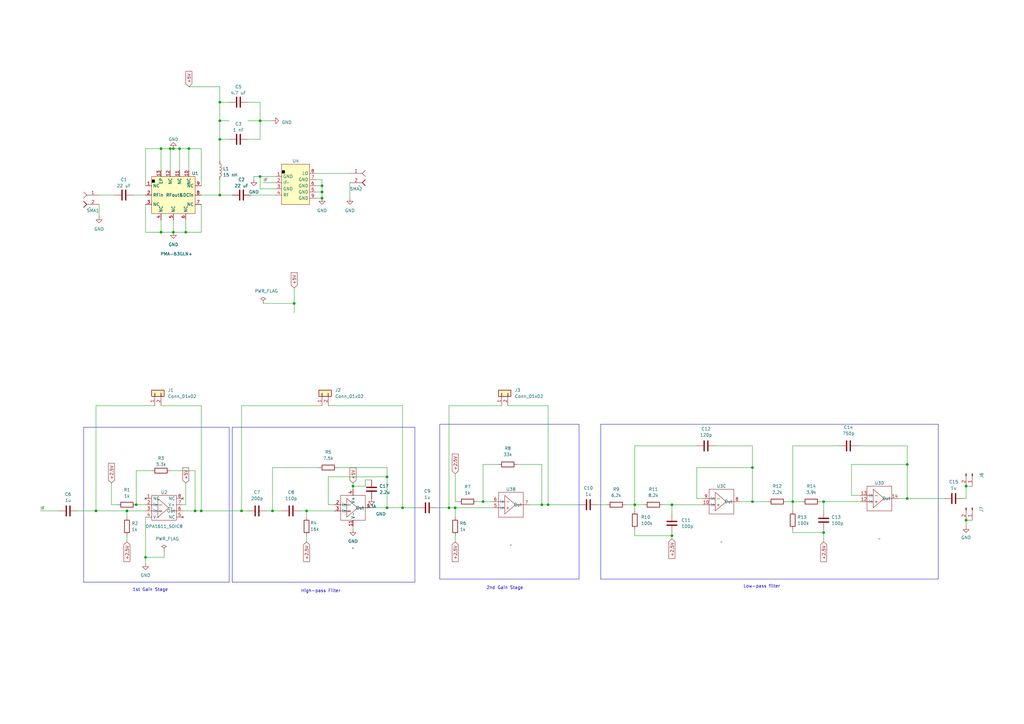
<source format=kicad_sch>
(kicad_sch (version 20230121) (generator eeschema)
  (paper "A3")
  (lib_symbols
    (symbol "Connector:Conn_01x02_Pin" (pin_names (offset 1.016) hide)
      (property "Reference" "J" (at 0 2.54 0))
      (property "Value" "Conn_01x02_Pin" (at 0 -5.08 0))
      (symbol "Conn_01x02_Pin_1_1"
        (polyline (pts (xy 1.27 -2.54) (xy 0.8636 -2.54)) (stroke (width 0.1524)))
        (polyline (pts (xy 1.27 0) (xy 0.8636 0)) (stroke (width 0.1524)))
        (rectangle (start 0.8636 -2.413) (end 0 -2.667) (stroke (width 0.1524)) (fill (type outline)))
        (rectangle (start 0.8636 0.127) (end 0 -0.127) (stroke (width 0.1524)) (fill (type outline)))
        (pin passive line (at 5.08 0 180) (length 3.81) (name "Pin_1") (number "1"))
        (pin passive line (at 5.08 -2.54 180) (length 3.81) (name "Pin_2") (number "2"))
      )
    )
    (symbol "Connector_Generic:Conn_01x02" (pin_names (offset 1.016) hide)
      (property "Reference" "J" (at 0 2.54 0))
      (property "Value" "Conn_01x02" (at 0 -5.08 0))
      (symbol "Conn_01x02_1_1"
        (rectangle (start -1.27 -2.413) (end 0 -2.667) (stroke (width 0.1524)))
        (rectangle (start -1.27 0.127) (end 0 -0.127) (stroke (width 0.1524)))
        (rectangle (start -1.27 1.27) (end 1.27 -3.81) (stroke (width 0.254)) (fill (type background)))
        (pin passive line (at -5.08 0 0) (length 3.81) (name "Pin_1") (number "1"))
        (pin passive line (at -5.08 -2.54 0) (length 3.81) (name "Pin_2") (number "2"))
      )
    )
    (symbol "Device:C" (pin_numbers hide) (pin_names (offset 0.254))
      (property "Reference" "C" (at 0.635 2.54 0))
      (property "Value" "C" (at 0.635 -2.54 0))
      (symbol "C_0_1"
        (polyline (pts (xy -2.032 -0.762) (xy 2.032 -0.762)) (stroke (width 0.508)))
        (polyline (pts (xy -2.032 0.762) (xy 2.032 0.762)) (stroke (width 0.508)))
      )
      (symbol "C_1_1"
        (pin passive line (at 0 3.81 270) (length 2.794) (name "~") (number "1"))
        (pin passive line (at 0 -3.81 90) (length 2.794) (name "~") (number "2"))
      )
    )
    (symbol "Device:L" (pin_numbers hide) (pin_names (offset 1.016) hide)
      (property "Reference" "L" (at -1.27 0 90))
      (property "Value" "L" (at 1.905 0 90))
      (symbol "L_0_1"
        (arc (start 0 -2.54) (mid 0.6323 -1.905) (end 0 -1.27))
        (arc (start 0 -1.27) (mid 0.6323 -0.635) (end 0 0))
        (arc (start 0 0) (mid 0.6323 0.635) (end 0 1.27))
        (arc (start 0 1.27) (mid 0.6323 1.905) (end 0 2.54))
      )
      (symbol "L_1_1"
        (pin passive line (at 0 3.81 270) (length 1.27) (name "1") (number "1"))
        (pin passive line (at 0 -3.81 90) (length 1.27) (name "2") (number "2"))
      )
    )
    (symbol "Device:R" (pin_numbers hide) (pin_names (offset 0))
      (property "Reference" "R" (at 2.032 0 90))
      (property "Value" "R" (at 0 0 90))
      (symbol "R_0_1"
        (rectangle (start -1.016 -2.54) (end 1.016 2.54) (stroke (width 0.254)))
      )
      (symbol "R_1_1"
        (pin passive line (at 0 3.81 270) (length 1.27) (name "~") (number "1"))
        (pin passive line (at 0 -3.81 90) (length 1.27) (name "~") (number "2"))
      )
    )
    (symbol "Radar:LNA-PMA3-63GLN+"
      (property "Reference" "U" (at 10.16 8.89 0))
      (symbol "LNA-PMA3-63GLN+_1_1"
        (rectangle (start -8.89 6.35) (end -7.62 5.08) (stroke (width -0.0001)) (fill (type color) (color 0 0 0 1)))
        (rectangle (start -8.89 7.62) (end 8.89 -7.62) (fill (type background)))
        (pin free line (at -11.43 3.81 0) (length 2.54) (name "NC") (number "1"))
        (pin free line (at 6.35 10.16 270) (length 2.54) (name "NC") (number "10"))
        (pin free line (at 2.54 10.16 270) (length 2.54) (name "NC") (number "11"))
        (pin free line (at -1.27 10.16 270) (length 2.54) (name "NC") (number "12"))
        (pin free line (at -5.08 10.16 270) (length 2.54) (name "EP") (number "13"))
        (pin input line (at -11.43 0 0) (length 2.54) (name "RFin") (number "2"))
        (pin free line (at -11.43 -3.81 0) (length 2.54) (name "NC") (number "3"))
        (pin free line (at -5.08 -10.16 90) (length 2.54) (name "NC") (number "4"))
        (pin free line (at 0 -10.16 90) (length 2.54) (name "NC") (number "5"))
        (pin free line (at 5.08 -10.16 90) (length 2.54) (name "NC") (number "6"))
        (pin free line (at 11.43 -3.81 180) (length 2.54) (name "NC") (number "7"))
        (pin free line (at 11.43 0 180) (length 2.54) (name "RFout&DCin") (number "8"))
        (pin free line (at 11.43 3.81 180) (length 2.54) (name "NC") (number "9"))
      )
    )
    (symbol "Radar:Mixer-SIM-73L+"
      (property "Reference" "U" (at 0 6.35 0))
      (symbol "Mixer-SIM-73L+_1_1"
        (rectangle (start -3.81 6.35) (end -2.54 5.08) (stroke (width -0.0001)) (fill (type color) (color 0 0 0 1)))
        (rectangle (start -3.81 8.89) (end 7.62 -7.62) (fill (type background)))
        (pin free line (at -6.35 3.81 0) (length 2.54) (name "GND") (number "1"))
        (pin free line (at -6.35 1.27 0) (length 2.54) (name "IF") (number "2"))
        (pin free line (at -6.35 -1.27 0) (length 2.54) (name "GND") (number "3"))
        (pin free line (at -6.35 -3.81 0) (length 2.54) (name "RF") (number "4"))
        (pin free line (at 10.16 -2.54 180) (length 2.54) (name "GND") (number "5"))
        (pin free line (at 10.16 0 180) (length 2.54) (name "GND") (number "6"))
        (pin free line (at 10.16 2.54 180) (length 2.54) (name "GND") (number "7"))
        (pin free line (at 10.16 5.08 180) (length 2.54) (name "LO") (number "8"))
        (pin free line (at 10.16 -5.08 180) (length 2.54) (name "GND") (number "9"))
      )
    )
    (symbol "Radar:OPA1611_SOIC8"
      (property "Reference" "U" (at 0 13.97 0))
      (symbol "OPA1611_SOIC8_0_0"
        (text "+" (at -1.27 6.35 0) (effects (font (size 1.27 1.27))))
        (text "-" (at -1.27 8.89 0) (effects (font (size 1.27 1.27))))
      )
      (symbol "OPA1611_SOIC8_0_1"
        (rectangle (start -5.08 12.7) (end 5.08 2.54))
        (polyline (pts (xy -5.08 6.35) (xy -2.54 6.35)))
        (polyline (pts (xy -5.08 8.89) (xy -2.54 8.89)))
        (polyline (pts (xy -2.54 11.43) (xy -2.54 3.81) (xy 1.905 7.62) (xy -2.54 11.43)))
        (polyline (pts (xy 1.905 7.62) (xy 3.175 7.62) (xy 3.175 6.35) (xy 5.08 6.35)))
      )
      (symbol "OPA1611_SOIC8_1_1"
        (pin no_connect line (at -7.62 11.43 0) (length 2.54) (name "NC") (number "1"))
        (pin input line (at -7.62 8.89 0) (length 2.54) (name "in-") (number "2"))
        (pin input line (at -7.62 6.35 0) (length 2.54) (name "in+") (number "3"))
        (pin power_in line (at -7.62 3.81 0) (length 2.54) (name "V-") (number "4"))
        (pin no_connect line (at 7.62 3.81 180) (length 2.54) (name "NC") (number "5"))
        (pin output line (at 7.62 6.35 180) (length 2.54) (name "Out") (number "6"))
        (pin power_in line (at 7.62 8.89 180) (length 2.54) (name "V+") (number "7"))
        (pin no_connect line (at 7.62 11.43 180) (length 2.54) (name "NC") (number "8"))
      )
    )
    (symbol "Radar:SMA"
      (property "Reference" "SMA" (at 1.27 -1.27 0))
      (symbol "SMA_0_1"
        (polyline (pts (xy -1.27 1.27) (xy -2.54 0)))
        (polyline (pts (xy -1.27 1.27) (xy -2.54 0)))
        (polyline (pts (xy -1.27 1.27) (xy -2.54 0)))
        (polyline (pts (xy -1.27 1.27) (xy -2.54 0)))
        (polyline (pts (xy -1.27 1.27) (xy -2.54 2.54)))
        (polyline (pts (xy -1.27 1.27) (xy -2.54 2.54)))
        (polyline (pts (xy -1.27 1.27) (xy -2.54 2.54)))
        (polyline (pts (xy -1.27 1.27) (xy -2.54 2.54)))
        (polyline (pts (xy -1.27 5.08) (xy -2.54 3.81)))
        (polyline (pts (xy -1.27 5.08) (xy -2.54 6.35)))
      )
      (symbol "SMA_1_1"
        (pin passive line (at 3.81 5.08 180) (length 5.08) (name "") (number "1"))
        (pin passive line (at 3.81 1.27 180) (length 5.08) (name "") (number "2"))
      )
    )
    (symbol "Radar:TL974"
      (property "Reference" "U" (at 0 0 0))
      (symbol "TL974_0_0"
        (text "+" (at -1.27 15.24 0) (effects (font (size 1.27 1.27))))
        (text "-" (at -1.27 17.78 0) (effects (font (size 1.27 1.27))))
      )
      (symbol "TL974_0_1"
        (rectangle (start -5.08 21.59) (end 5.08 11.43))
        (polyline (pts (xy -5.08 15.24) (xy -2.54 15.24)))
        (polyline (pts (xy -5.08 17.78) (xy -2.54 17.78)))
        (polyline (pts (xy -2.54 20.32) (xy -2.54 12.7) (xy 1.905 16.51) (xy -2.54 20.32)))
        (polyline (pts (xy 2.032 16.51) (xy 3.048 16.51) (xy 3.048 16.51) (xy 4.953 16.51)))
      )
      (symbol "TL974_1_1"
        (pin output line (at 7.62 16.51 180) (length 2.54) (name "Out") (number "1"))
        (pin power_in line (at 0 8.89 90) (length 2.54) (name "V-") (number "11"))
        (pin input line (at -7.62 17.78 0) (length 2.54) (name "in-") (number "2"))
        (pin input line (at -7.62 15.24 0) (length 2.54) (name "in+") (number "3"))
        (pin power_in line (at 0 24.13 270) (length 2.54) (name "V+") (number "4"))
      )
      (symbol "TL974_2_1"
        (pin input line (at -7.62 15.24 0) (length 2.54) (name "In") (number "5"))
        (pin input line (at -7.62 17.78 0) (length 2.54) (name "In") (number "6"))
        (pin output line (at 7.62 16.51 180) (length 2.54) (name "Out") (number "7"))
      )
      (symbol "TL974_3_1"
        (pin input line (at -7.62 15.24 0) (length 2.54) (name "In") (number "10"))
        (pin output line (at 7.62 16.51 180) (length 2.54) (name "Out") (number "8"))
        (pin input line (at -7.62 17.78 0) (length 2.54) (name "In") (number "9"))
      )
      (symbol "TL974_4_1"
        (pin input line (at -7.62 15.24 0) (length 2.54) (name "In") (number "12"))
        (pin input line (at -7.62 17.78 0) (length 2.54) (name "In") (number "13"))
        (pin output line (at 7.62 16.51 180) (length 2.54) (name "Out") (number "14"))
      )
    )
    (symbol "power:GND" (power) (pin_names (offset 0))
      (property "Value" "GND" (at 0 -3.81 0))
      (symbol "GND_0_1"
        (polyline (pts (xy 0 0) (xy 0 -1.27) (xy 1.27 -1.27) (xy 0 -2.54) (xy -1.27 -1.27) (xy 0 -1.27)))
      )
      (symbol "GND_1_1"
        (pin power_in line (at 0 0 270) (length 0) hide (name "GND") (number "1"))
      )
    )
    (symbol "power:PWR_FLAG" (power) (pin_numbers hide) (pin_names (offset 0) hide)
      (property "Value" "PWR_FLAG" (at 0 3.81 0))
      (symbol "PWR_FLAG_0_0"
        (pin power_out line (at 0 0 90) (length 0) (name "pwr") (number "1"))
      )
      (symbol "PWR_FLAG_0_1"
        (polyline (pts (xy 0 0) (xy 0 1.27) (xy -1.016 1.905) (xy 0 2.54) (xy 1.016 1.905) (xy 0 1.27)))
      )
    )
  )
  (junction (at 39.37 209.55))
  (junction (at 198.12 205.74))
  (junction (at 55.88 207.01))
  (junction (at 99.06 209.55))
  (junction (at 144.78 199.39))
  (junction (at 77.47 60.96))
  (junction (at 158.75 208.28))
  (junction (at 396.24 199.39))
  (junction (at 82.55 209.55))
  (junction (at 325.12 205.74))
  (junction (at 132.08 81.28))
  (junction (at 106.68 72.39))
  (junction (at 90.17 49.53))
  (junction (at 71.12 95.25))
  (junction (at 73.66 60.96))
  (junction (at 106.68 49.53))
  (junction (at 59.69 228.6))
  (junction (at 125.73 209.55))
  (junction (at 111.76 209.55))
  (junction (at 337.82 218.44))
  (junction (at 186.69 208.28))
  (junction (at 224.79 207.01))
  (junction (at 132.08 78.74))
  (junction (at 308.61 205.74))
  (junction (at 260.35 207.01))
  (junction (at 158.75 195.58))
  (junction (at 337.82 205.74))
  (junction (at 90.17 80.01))
  (junction (at 308.61 191.77))
  (junction (at 66.04 95.25))
  (junction (at 372.11 190.5))
  (junction (at 80.01 209.55))
  (junction (at 165.1 208.28))
  (junction (at 69.85 60.96))
  (junction (at 396.24 213.36))
  (junction (at 76.2 95.25))
  (junction (at 90.17 41.91))
  (junction (at 132.08 76.2))
  (junction (at 71.12 60.96))
  (junction (at 275.59 207.01))
  (junction (at 66.04 60.96))
  (junction (at 184.15 208.28))
  (junction (at 275.59 219.71))
  (junction (at 222.25 207.01))
  (junction (at 120.65 124.46))
  (junction (at 90.17 57.15))
  (junction (at 372.11 204.47))
  (junction (at 52.07 209.55))
  (wire (pts (xy 195.58 205.74) (xy 198.12 205.74)))
  (wire (pts (xy 76.2 198.12) (xy 76.2 207.01)))
  (wire (pts (xy 351.79 182.88) (xy 372.11 182.88)))
  (wire (pts (xy 82.55 76.2) (xy 82.55 60.96)))
  (wire (pts (xy 31.75 209.55) (xy 39.37 209.55)))
  (wire (pts (xy 184.15 166.37) (xy 205.74 166.37)))
  (wire (pts (xy 111.76 191.77) (xy 111.76 209.55)))
  (wire (pts (xy 222.25 207.01) (xy 222.25 190.5)))
  (wire (pts (xy 101.6 41.91) (xy 106.68 41.91)))
  (wire (pts (xy 275.59 207.01) (xy 275.59 210.82)))
  (wire (pts (xy 134.62 195.58) (xy 158.75 195.58)))
  (wire (pts (xy 198.12 190.5) (xy 198.12 205.74)))
  (wire (pts (xy 52.07 209.55) (xy 59.69 209.55)))
  (wire (pts (xy 90.17 49.53) (xy 90.17 57.15)))
  (wire (pts (xy 66.04 69.85) (xy 66.04 60.96)))
  (wire (pts (xy 149.86 196.85) (xy 149.86 199.39)))
  (wire (pts (xy 308.61 191.77) (xy 285.75 191.77)))
  (wire (pts (xy 129.54 78.74) (xy 132.08 78.74)))
  (wire (pts (xy 123.19 209.55) (xy 125.73 209.55)))
  (wire (pts (xy 260.35 207.01) (xy 260.35 209.55)))
  (wire (pts (xy 129.54 76.2) (xy 132.08 76.2)))
  (wire (pts (xy 66.04 60.96) (xy 69.85 60.96)))
  (wire (pts (xy 125.73 219.71) (xy 125.73 222.25)))
  (wire (pts (xy 90.17 80.01) (xy 95.25 80.01)))
  (wire (pts (xy 66.04 166.37) (xy 82.55 166.37)))
  (wire (pts (xy 73.66 60.96) (xy 77.47 60.96)))
  (wire (pts (xy 158.75 195.58) (xy 158.75 208.28)))
  (wire (pts (xy 52.07 219.71) (xy 52.07 222.25)))
  (polyline (pts (xy 246.38 173.99) (xy 246.38 237.49)))
  (wire (pts (xy 144.78 215.9) (xy 144.78 217.17)))
  (wire (pts (xy 82.55 209.55) (xy 80.01 209.55)))
  (polyline (pts (xy 95.25 175.26) (xy 95.25 238.76)))
  (wire (pts (xy 125.73 209.55) (xy 125.73 212.09)))
  (wire (pts (xy 349.25 190.5) (xy 349.25 203.2)))
  (wire (pts (xy 59.69 95.25) (xy 66.04 95.25)))
  (wire (pts (xy 144.78 198.12) (xy 144.78 199.39)))
  (wire (pts (xy 179.07 208.28) (xy 184.15 208.28)))
  (wire (pts (xy 82.55 166.37) (xy 82.55 209.55)))
  (wire (pts (xy 184.15 166.37) (xy 184.15 208.28)))
  (wire (pts (xy 325.12 218.44) (xy 337.82 218.44)))
  (wire (pts (xy 45.72 198.12) (xy 45.72 207.01)))
  (polyline (pts (xy 237.49 237.49) (xy 237.49 173.99)))
  (wire (pts (xy 54.61 80.01) (xy 59.69 80.01)))
  (polyline (pts (xy 95.25 175.26) (xy 170.18 175.26)))
  (wire (pts (xy 222.25 207.01) (xy 224.79 207.01)))
  (wire (pts (xy 59.69 212.09) (xy 59.69 228.6)))
  (wire (pts (xy 138.43 191.77) (xy 158.75 191.77)))
  (wire (pts (xy 73.66 60.96) (xy 73.66 69.85)))
  (wire (pts (xy 59.69 60.96) (xy 66.04 60.96)))
  (wire (pts (xy 337.82 217.17) (xy 337.82 218.44)))
  (polyline (pts (xy 34.29 238.76) (xy 93.98 238.76)))
  (polyline (pts (xy 246.38 173.99) (xy 384.81 173.99)))
  (wire (pts (xy 245.11 207.01) (xy 248.92 207.01)))
  (polyline (pts (xy 180.34 173.99) (xy 180.34 237.49)))
  (wire (pts (xy 107.95 124.46) (xy 120.65 124.46)))
  (wire (pts (xy 120.65 118.11) (xy 120.65 124.46)))
  (wire (pts (xy 372.11 190.5) (xy 372.11 204.47)))
  (wire (pts (xy 90.17 73.66) (xy 90.17 80.01)))
  (wire (pts (xy 152.4 196.85) (xy 149.86 196.85)))
  (wire (pts (xy 59.69 76.2) (xy 59.69 60.96)))
  (polyline (pts (xy 180.34 173.99) (xy 237.49 173.99)))
  (wire (pts (xy 76.2 95.25) (xy 71.12 95.25)))
  (wire (pts (xy 90.17 41.91) (xy 93.98 41.91)))
  (wire (pts (xy 132.08 73.66) (xy 132.08 76.2)))
  (wire (pts (xy 256.54 207.01) (xy 260.35 207.01)))
  (wire (pts (xy 82.55 95.25) (xy 76.2 95.25)))
  (wire (pts (xy 285.75 204.47) (xy 288.29 204.47)))
  (wire (pts (xy 184.15 208.28) (xy 186.69 208.28)))
  (wire (pts (xy 69.85 60.96) (xy 71.12 60.96)))
  (polyline (pts (xy 180.34 237.49) (xy 237.49 237.49)))
  (wire (pts (xy 349.25 203.2) (xy 353.06 203.2)))
  (polyline (pts (xy 93.98 238.76) (xy 93.98 175.26)))
  (wire (pts (xy 77.47 60.96) (xy 82.55 60.96)))
  (wire (pts (xy 186.69 208.28) (xy 186.69 212.09)))
  (wire (pts (xy 308.61 182.88) (xy 293.37 182.88)))
  (wire (pts (xy 59.69 83.82) (xy 59.69 95.25)))
  (wire (pts (xy 368.3 204.47) (xy 372.11 204.47)))
  (wire (pts (xy 336.55 205.74) (xy 337.82 205.74)))
  (wire (pts (xy 99.06 166.37) (xy 132.08 166.37)))
  (wire (pts (xy 113.03 80.01) (xy 102.87 80.01)))
  (wire (pts (xy 106.68 77.47) (xy 106.68 72.39)))
  (wire (pts (xy 80.01 193.04) (xy 80.01 209.55)))
  (wire (pts (xy 74.93 209.55) (xy 80.01 209.55)))
  (wire (pts (xy 260.35 207.01) (xy 264.16 207.01)))
  (wire (pts (xy 134.62 207.01) (xy 137.16 207.01)))
  (wire (pts (xy 129.54 73.66) (xy 132.08 73.66)))
  (wire (pts (xy 325.12 217.17) (xy 325.12 218.44)))
  (wire (pts (xy 82.55 83.82) (xy 82.55 95.25)))
  (wire (pts (xy 372.11 182.88) (xy 372.11 190.5)))
  (wire (pts (xy 111.76 191.77) (xy 130.81 191.77)))
  (wire (pts (xy 275.59 207.01) (xy 288.29 207.01)))
  (wire (pts (xy 40.64 80.01) (xy 46.99 80.01)))
  (wire (pts (xy 77.47 35.56) (xy 90.17 35.56)))
  (wire (pts (xy 16.51 209.55) (xy 24.13 209.55)))
  (wire (pts (xy 224.79 166.37) (xy 224.79 207.01)))
  (wire (pts (xy 165.1 208.28) (xy 171.45 208.28)))
  (wire (pts (xy 349.25 190.5) (xy 372.11 190.5)))
  (polyline (pts (xy 384.81 237.49) (xy 384.81 173.99)))
  (wire (pts (xy 198.12 205.74) (xy 201.93 205.74)))
  (wire (pts (xy 76.2 90.17) (xy 76.2 95.25)))
  (wire (pts (xy 149.86 199.39) (xy 144.78 199.39)))
  (wire (pts (xy 66.04 90.17) (xy 66.04 95.25)))
  (wire (pts (xy 186.69 208.28) (xy 201.93 208.28)))
  (wire (pts (xy 322.58 205.74) (xy 325.12 205.74)))
  (wire (pts (xy 186.69 219.71) (xy 186.69 222.25)))
  (wire (pts (xy 372.11 204.47) (xy 387.35 204.47)))
  (wire (pts (xy 303.53 205.74) (xy 308.61 205.74)))
  (wire (pts (xy 106.68 41.91) (xy 106.68 49.53)))
  (wire (pts (xy 132.08 76.2) (xy 132.08 78.74)))
  (wire (pts (xy 82.55 209.55) (xy 99.06 209.55)))
  (wire (pts (xy 66.04 95.25) (xy 71.12 95.25)))
  (wire (pts (xy 59.69 228.6) (xy 67.31 228.6)))
  (wire (pts (xy 158.75 208.28) (xy 165.1 208.28)))
  (wire (pts (xy 76.2 207.01) (xy 74.93 207.01)))
  (wire (pts (xy 104.14 72.39) (xy 104.14 73.66)))
  (wire (pts (xy 198.12 190.5) (xy 204.47 190.5)))
  (wire (pts (xy 63.5 166.37) (xy 39.37 166.37)))
  (wire (pts (xy 394.97 204.47) (xy 396.24 204.47)))
  (wire (pts (xy 90.17 57.15) (xy 90.17 66.04)))
  (wire (pts (xy 129.54 71.12) (xy 143.51 71.12)))
  (wire (pts (xy 59.69 228.6) (xy 59.69 231.14)))
  (wire (pts (xy 125.73 209.55) (xy 137.16 209.55)))
  (wire (pts (xy 275.59 219.71) (xy 275.59 220.98)))
  (wire (pts (xy 129.54 81.28) (xy 132.08 81.28)))
  (wire (pts (xy 55.88 207.01) (xy 59.69 207.01)))
  (wire (pts (xy 308.61 191.77) (xy 308.61 205.74)))
  (wire (pts (xy 69.85 69.85) (xy 69.85 60.96)))
  (wire (pts (xy 132.08 78.74) (xy 132.08 81.28)))
  (wire (pts (xy 39.37 209.55) (xy 52.07 209.55)))
  (wire (pts (xy 158.75 191.77) (xy 158.75 195.58)))
  (polyline (pts (xy 95.25 238.76) (xy 170.18 238.76)))
  (wire (pts (xy 337.82 218.44) (xy 337.82 222.25)))
  (wire (pts (xy 107.95 74.93) (xy 113.03 74.93)))
  (wire (pts (xy 90.17 35.56) (xy 90.17 41.91)))
  (wire (pts (xy 152.4 208.28) (xy 158.75 208.28)))
  (wire (pts (xy 99.06 209.55) (xy 99.06 166.37)))
  (wire (pts (xy 308.61 205.74) (xy 314.96 205.74)))
  (wire (pts (xy 90.17 41.91) (xy 90.17 49.53)))
  (wire (pts (xy 40.64 83.82) (xy 40.64 88.9)))
  (polyline (pts (xy 246.38 237.49) (xy 384.81 237.49)))
  (polyline (pts (xy 34.29 175.26) (xy 93.98 175.26)))
  (wire (pts (xy 99.06 209.55) (xy 101.6 209.55)))
  (wire (pts (xy 48.26 207.01) (xy 45.72 207.01)))
  (wire (pts (xy 308.61 191.77) (xy 308.61 182.88)))
  (wire (pts (xy 165.1 166.37) (xy 165.1 208.28)))
  (wire (pts (xy 260.35 182.88) (xy 260.35 207.01)))
  (wire (pts (xy 208.28 166.37) (xy 224.79 166.37)))
  (wire (pts (xy 325.12 182.88) (xy 325.12 205.74)))
  (wire (pts (xy 396.24 213.36) (xy 396.24 215.9)))
  (wire (pts (xy 144.78 199.39) (xy 144.78 200.66)))
  (wire (pts (xy 55.88 193.04) (xy 55.88 207.01)))
  (wire (pts (xy 337.82 205.74) (xy 337.82 209.55)))
  (wire (pts (xy 82.55 80.01) (xy 90.17 80.01)))
  (wire (pts (xy 90.17 57.15) (xy 93.98 57.15)))
  (wire (pts (xy 187.96 205.74) (xy 186.69 205.74)))
  (wire (pts (xy 101.6 49.53) (xy 106.68 49.53)))
  (wire (pts (xy 325.12 205.74) (xy 328.93 205.74)))
  (wire (pts (xy 52.07 209.55) (xy 52.07 212.09)))
  (wire (pts (xy 71.12 60.96) (xy 73.66 60.96)))
  (wire (pts (xy 113.03 72.39) (xy 106.68 72.39)))
  (wire (pts (xy 224.79 207.01) (xy 237.49 207.01)))
  (wire (pts (xy 217.17 207.01) (xy 222.25 207.01)))
  (wire (pts (xy 71.12 90.17) (xy 71.12 95.25)))
  (wire (pts (xy 134.62 166.37) (xy 165.1 166.37)))
  (wire (pts (xy 101.6 57.15) (xy 106.68 57.15)))
  (wire (pts (xy 134.62 207.01) (xy 134.62 195.58)))
  (wire (pts (xy 77.47 69.85) (xy 77.47 60.96)))
  (wire (pts (xy 106.68 57.15) (xy 106.68 49.53)))
  (wire (pts (xy 120.65 124.46) (xy 120.65 128.27)))
  (wire (pts (xy 260.35 217.17) (xy 260.35 219.71)))
  (wire (pts (xy 113.03 77.47) (xy 106.68 77.47)))
  (wire (pts (xy 325.12 182.88) (xy 344.17 182.88)))
  (polyline (pts (xy 170.18 238.76) (xy 170.18 175.26)))
  (wire (pts (xy 212.09 190.5) (xy 222.25 190.5)))
  (wire (pts (xy 285.75 191.77) (xy 285.75 204.47)))
  (wire (pts (xy 186.69 194.31) (xy 186.69 205.74)))
  (wire (pts (xy 396.24 213.36) (xy 398.78 213.36)))
  (wire (pts (xy 325.12 205.74) (xy 325.12 209.55)))
  (wire (pts (xy 109.22 209.55) (xy 111.76 209.55)))
  (wire (pts (xy 67.31 226.06) (xy 67.31 228.6)))
  (wire (pts (xy 111.76 209.55) (xy 115.57 209.55)))
  (wire (pts (xy 106.68 49.53) (xy 111.76 49.53)))
  (wire (pts (xy 260.35 219.71) (xy 275.59 219.71)))
  (wire (pts (xy 337.82 205.74) (xy 353.06 205.74)))
  (wire (pts (xy 260.35 182.88) (xy 285.75 182.88)))
  (wire (pts (xy 143.51 74.93) (xy 143.51 81.28)))
  (wire (pts (xy 90.17 49.53) (xy 93.98 49.53)))
  (wire (pts (xy 271.78 207.01) (xy 275.59 207.01)))
  (polyline (pts (xy 34.29 175.26) (xy 34.29 238.76)))
  (wire (pts (xy 39.37 166.37) (xy 39.37 209.55)))
  (wire (pts (xy 275.59 218.44) (xy 275.59 219.71)))
  (wire (pts (xy 62.23 193.04) (xy 55.88 193.04)))
  (wire (pts (xy 396.24 199.39) (xy 396.24 204.47)))
  (wire (pts (xy 69.85 193.04) (xy 80.01 193.04)))
  (wire (pts (xy 396.24 199.39) (xy 398.78 199.39)))
  (wire (pts (xy 106.68 72.39) (xy 104.14 72.39)))
  (text "High-pass Filter" (at 139.7 243.205 0) (effects (font (size 1.27 1.27)) (justify right bottom)))
  (text "Low-pass filter" (at 320.04 241.3 0) (effects (font (size 1.27 1.27)) (justify right bottom)))
  (text "1st Gain Stage" (at 68.961 242.697 0) (effects (font (size 1.27 1.27)) (justify right bottom)))
  (text "2nd Gain Stage" (at 214.63 241.935 0) (effects (font (size 1.27 1.27)) (justify right bottom)))
  (label "IF" (at 107.95 74.93 0))
  (label "IF" (at 16.51 209.55 0))
  (global_label "+5V" (shape input) (at 76.2 198.12 90) (property "Intersheetrefs" "${INTERSHEET_REFS}" (effects hide)))
  (global_label "+2.5V" (shape input) (at 275.59 220.98 270) (property "Intersheetrefs" "${INTERSHEET_REFS}" (effects hide)))
  (global_label "+5V" (shape input) (at 77.47 35.56 90) (property "Intersheetrefs" "${INTERSHEET_REFS}" (effects hide)))
  (global_label "+2.5V" (shape input) (at 186.69 222.25 270) (property "Intersheetrefs" "${INTERSHEET_REFS}" (effects hide)))
  (global_label "+2.5V" (shape input) (at 125.73 222.25 270) (property "Intersheetrefs" "${INTERSHEET_REFS}" (effects hide)))
  (global_label "+2.5V" (shape input) (at 45.72 198.12 90) (property "Intersheetrefs" "${INTERSHEET_REFS}" (effects hide)))
  (global_label "+2.5V" (shape input) (at 186.69 194.31 90) (property "Intersheetrefs" "${INTERSHEET_REFS}" (effects hide)))
  (global_label "+5V" (shape input) (at 144.78 198.12 90) (property "Intersheetrefs" "${INTERSHEET_REFS}" (effects hide)))
  (global_label "+5V" (shape input) (at 120.65 118.11 90) (property "Intersheetrefs" "${INTERSHEET_REFS}" (effects hide)))
  (global_label "+2.5V" (shape input) (at 337.82 222.25 270) (property "Intersheetrefs" "${INTERSHEET_REFS}" (effects hide)))
  (global_label "+2.5V" (shape input) (at 52.07 222.25 270) (property "Intersheetrefs" "${INTERSHEET_REFS}" (effects hide)))
  (symbol (lib_id "Device:R") (at 332.74 205.74 90) (unit 1)
    (property "Reference" "R14" (at 332.74 199.39 90))
    (property "Value" "3.9k" (at 332.74 201.93 90))
    (property "Footprint" "Resistor_SMD:R_0603_1608Metric_revised" (effects hide))
    (instances (project "RX1x1_wuxh_cavity" (path "" (reference "R14") (unit 1)) (path "" (reference "R16") (unit 1))) (project "R58S1V1_BB_V2" (path "" (reference "R30") (unit 1))))
  )
  (symbol (lib_id "Device:C") (at 50.8 80.01 90) (unit 1)
    (property "Reference" "C1" (at 50.8 73.66 90))
    (property "Value" "22 uF" (at 50.8 76.2 90))
    (property "Footprint" "Capacitor_SMD:C_0603_1608Metric_revised" (effects hide))
    (instances (project "RX1x1_wuxh_cavity" (path "" (reference "C1") (unit 1)) (path "" (reference "C2") (unit 1))) (project "LNA_wuxh_back" (path "" (reference "C1") (unit 1))))
  )
  (symbol (lib_id "Device:C") (at 275.59 214.63 0) (unit 1)
    (property "Reference" "C11" (at 279.4 213.3599 0) (effects (justify left)))
    (property "Value" "100p" (at 279.4 215.8999 0) (effects (justify left)))
    (property "Footprint" "Capacitor_SMD:C_0603_1608Metric_revised" (effects hide))
    (instances (project "RX1x1_wuxh_cavity" (path "" (reference "C11") (unit 1)) (path "" (reference "C12") (unit 1))) (project "R58S1V1_BB_V2" (path "" (reference "C19") (unit 1))))
  )
  (symbol (lib_id "power:GND") (at 152.4 204.47 0) (unit 1)
    (property "Reference" "#PWR018" (effects hide))
    (property "Value" "GND" (at 156.21 210.82 0))
    (instances (project "RX1x1_wuxh_cavity" (path "" (reference "#PWR018") (unit 1)) (path "" (reference "#PWR010") (unit 1))) (project "R58S1V1_BB_V2" (path "" (reference "#PWR019") (unit 1))))
  )
  (symbol (lib_id "power:GND") (at 111.76 49.53 90) (unit 1)
    (property "Reference" "#PWR07" (effects hide))
    (property "Value" "GND" (at 115.57 50.165 90) (effects (justify right)))
    (instances (project "RX1x1_wuxh_cavity" (path "" (reference "#PWR07") (unit 1)) (path "" (reference "#PWR06") (unit 1))) (project "LNA_wuxh_back" (path "" (reference "#PWR0102") (unit 1))))
  )
  (symbol (lib_id "Radar:OPA1611_SOIC8") (at 67.31 215.9 0) (unit 1)
    (property "Reference" "U2" (at 67.31 201.93 0))
    (property "Value" "OPA1611_SOIC8" (at 67.31 215.9 0))
    (property "Footprint" "Music_Lab:OPA1611-SOIC8" (effects hide))
    (instances (project "RX1x1_wuxh_cavity" (path "" (reference "U2") (unit 1)) (path "" (reference "U1") (unit 1))))
  )
  (symbol (lib_id "Device:C") (at 337.82 213.36 0) (unit 1)
    (property "Reference" "C13" (at 340.995 212.0899 0) (effects (justify left)))
    (property "Value" "100p" (at 340.995 214.6299 0) (effects (justify left)))
    (property "Footprint" "Capacitor_SMD:C_0603_1608Metric_revised" (effects hide))
    (instances (project "RX1x1_wuxh_cavity" (path "" (reference "C13") (unit 1)) (path "" (reference "C15") (unit 1))) (project "R58S1V1_BB_V2" (path "" (reference "C21") (unit 1))))
  )
  (symbol (lib_id "Device:R") (at 66.04 193.04 90) (unit 1)
    (property "Reference" "R3" (at 66.04 187.96 90))
    (property "Value" "3.3k" (at 66.04 190.5 90))
    (property "Footprint" "Resistor_SMD:R_0603_1608Metric_revised" (effects hide))
    (instances (project "RX1x1_wuxh_cavity" (path "" (reference "R3") (unit 1)) (path "" (reference "R3") (unit 1))) (project "R58S1V1_BB_V2" (path "" (reference "R19") (unit 1))))
  )
  (symbol (lib_id "power:PWR_FLAG") (at 67.31 226.06 0) (unit 1)
    (property "Reference" "#FLG02" (effects hide))
    (property "Value" "PWR_FLAG" (at 68.58 220.98 0))
    (instances (project "RX1x1_wuxh_cavity" (path "" (reference "#FLG02") (unit 1)) (path "" (reference "#FLG02") (unit 1))) (project "LNA_wuxh_back" (path "" (reference "#FLG01") (unit 1))))
  )
  (symbol (lib_id "power:GND") (at 71.12 95.25 0) (unit 1)
    (property "Reference" "#PWR05" (effects hide))
    (property "Value" "GND" (at 71.12 100.33 0))
    (instances (project "RX1x1_wuxh_cavity" (path "" (reference "#PWR05") (unit 1)) (path "" (reference "#PWR04") (unit 1))) (project "LNA_wuxh_back" (path "" (reference "#PWR0104") (unit 1))))
  )
  (symbol (lib_id "Device:C") (at 175.26 208.28 90) (unit 1)
    (property "Reference" "C9" (at 175.26 201.422 90))
    (property "Value" "1u" (at 175.26 203.962 90))
    (property "Footprint" "Capacitor_SMD:C_0603_1608Metric_revised" (effects hide))
    (instances (project "RX1x1_wuxh_cavity" (path "" (reference "C9") (unit 1)) (path "" (reference "C10") (unit 1))) (project "R58S1V1_BB_V2" (path "" (reference "C17") (unit 1))))
  )
  (symbol (lib_id "Connector_Generic:Conn_01x02") (at 132.08 161.29 90) (unit 1)
    (property "Reference" "J2" (at 137.414 160.0199 90) (effects (justify right)))
    (property "Value" "Conn_01x02" (at 137.414 162.5599 90) (effects (justify right)))
    (property "Footprint" "Connector_PinHeader_2.54mm:PinHeader_1x02_P2.54mm_Vertical" (effects hide))
    (instances (project "RX1x1_wuxh_cavity" (path "" (reference "J2") (unit 1)) (path "" (reference "J2") (unit 1))) (project "R58S1V1_BB_V2" (path "" (reference "J5") (unit 1))))
  )
  (symbol (lib_id "Device:C") (at 97.79 57.15 90) (unit 1)
    (property "Reference" "C3" (at 97.79 50.8 90))
    (property "Value" "1 nF" (at 97.79 53.34 90))
    (property "Footprint" "Capacitor_SMD:C_0603_1608Metric_revised" (effects hide))
    (instances (project "RX1x1_wuxh_cavity" (path "" (reference "C3") (unit 1)) (path "" (reference "C5") (unit 1))) (project "LNA_wuxh_back" (path "" (reference "C1") (unit 1))))
  )
  (symbol (lib_id "Device:C") (at 119.38 209.55 90) (unit 1)
    (property "Reference" "C8" (at 119.38 201.93 90))
    (property "Value" "110p" (at 119.38 204.47 90))
    (property "Footprint" "Capacitor_SMD:C_0603_1608Metric_revised" (effects hide))
    (instances (project "RX1x1_wuxh_cavity" (path "" (reference "C8") (unit 1)) (path "" (reference "C8") (unit 1))) (project "R58S1V1_BB_V2" (path "" (reference "C16") (unit 1))))
  )
  (symbol (lib_id "Device:C") (at 391.16 204.47 90) (unit 1)
    (property "Reference" "C15" (at 391.16 197.612 90))
    (property "Value" "1u" (at 391.16 200.152 90))
    (property "Footprint" "Capacitor_SMD:C_0603_1608Metric_revised" (effects hide))
    (instances (project "RX1x1_wuxh_cavity" (path "" (reference "C15") (unit 1)) (path "" (reference "C17") (unit 1))) (project "R58S1V1_BB_V2" (path "" (reference "C23") (unit 1))))
  )
  (symbol (lib_id "Device:L") (at 90.17 69.85 0) (unit 1)
    (property "Reference" "L1" (at 91.44 69.215 0) (effects (justify left)))
    (property "Value" "15 nH" (at 91.44 71.755 0) (effects (justify left)))
    (property "Footprint" "Inductor_SMD:L_0603_1608Metric_revised" (effects hide))
  )
  (symbol (lib_id "Device:R") (at 191.77 205.74 270) (unit 1)
    (property "Reference" "R7" (at 191.77 199.644 90))
    (property "Value" "1k" (at 191.77 202.184 90))
    (property "Footprint" "Resistor_SMD:R_0603_1608Metric_revised" (effects hide))
    (instances (project "RX1x1_wuxh_cavity" (path "" (reference "R7") (unit 1)) (path "" (reference "R7") (unit 1))) (project "R58S1V1_BB_V2" (path "" (reference "R23") (unit 1))))
  )
  (symbol (lib_id "Radar:TL974") (at 295.91 222.25 0) (unit 3)
    (property "Reference" "U3" (at 295.91 199.39 0))
    (property "Value" "~" (at 295.91 222.25 0))
    (property "Footprint" "Music_Lab:TL974IPWR" (effects hide))
    (instances (project "RX1x1_wuxh_cavity" (path "" (reference "U3") (unit 3)) (path "" (reference "U4") (unit 3))))
  )
  (symbol (lib_id "Device:R") (at 260.35 213.36 0) (unit 1)
    (property "Reference" "R10" (at 262.89 212.0899 0) (effects (justify left)))
    (property "Value" "100k" (at 262.89 214.6299 0) (effects (justify left)))
    (property "Footprint" "Resistor_SMD:R_0603_1608Metric_revised" (effects hide))
    (instances (project "RX1x1_wuxh_cavity" (path "" (reference "R10") (unit 1)) (path "" (reference "R10") (unit 1))) (project "R58S1V1_BB_V2" (path "" (reference "R26") (unit 1))))
  )
  (symbol (lib_id "Device:C") (at 347.98 182.88 90) (unit 1)
    (property "Reference" "C14" (at 347.98 175.26 90))
    (property "Value" "750p" (at 347.98 177.8 90))
    (property "Footprint" "Capacitor_SMD:C_0603_1608Metric_revised" (effects hide))
    (instances (project "RX1x1_wuxh_cavity" (path "" (reference "C14") (unit 1)) (path "" (reference "C16") (unit 1))) (project "R58S1V1_BB_V2" (path "" (reference "C22") (unit 1))))
  )
  (symbol (lib_id "power:GND") (at 144.78 217.17 0) (unit 1)
    (property "Reference" "#PWR013" (effects hide))
    (property "Value" "GND" (at 144.78 221.996 0))
    (instances (project "RX1x1_wuxh_cavity" (path "" (reference "#PWR013") (unit 1)) (path "" (reference "#PWR09") (unit 1))) (project "R58S1V1_BB_V2" (path "" (reference "#PWR019") (unit 1))))
  )
  (symbol (lib_id "Device:R") (at 186.69 215.9 0) (unit 1)
    (property "Reference" "R6" (at 188.595 214.6299 0) (effects (justify left)))
    (property "Value" "1k" (at 188.595 217.1699 0) (effects (justify left)))
    (property "Footprint" "Resistor_SMD:R_0603_1608Metric_revised" (effects hide))
    (instances (project "RX1x1_wuxh_cavity" (path "" (reference "R6") (unit 1)) (path "" (reference "R6") (unit 1))) (project "R58S1V1_BB_V2" (path "" (reference "R22") (unit 1))))
  )
  (symbol (lib_id "power:GND") (at 59.69 231.14 0) (unit 1)
    (property "Reference" "#PWR012" (effects hide))
    (property "Value" "GND" (at 59.69 235.966 0))
    (instances (project "RX1x1_wuxh_cavity" (path "" (reference "#PWR012") (unit 1)) (path "" (reference "#PWR02") (unit 1))) (project "R58S1V1_BB_V2" (path "" (reference "#PWR017") (unit 1))))
  )
  (symbol (lib_id "Device:R") (at 318.77 205.74 90) (unit 1)
    (property "Reference" "R12" (at 318.77 199.39 90))
    (property "Value" "2.2k" (at 318.77 201.93 90))
    (property "Footprint" "Resistor_SMD:R_0603_1608Metric_revised" (effects hide))
    (instances (project "RX1x1_wuxh_cavity" (path "" (reference "R12") (unit 1)) (path "" (reference "R14") (unit 1))) (project "R58S1V1_BB_V2" (path "" (reference "R28") (unit 1))))
  )
  (symbol (lib_id "power:GND") (at 132.08 81.28 0) (unit 1)
    (property "Reference" "#PWR09" (effects hide))
    (property "Value" "GND" (at 132.08 86.36 0))
    (instances (project "RX1x1_wuxh_cavity" (path "" (reference "#PWR09") (unit 1)) (path "" (reference "#PWR07") (unit 1))) (project "LNA_wuxh_back" (path "" (reference "#PWR0104") (unit 1))))
  )
  (symbol (lib_id "power:GND") (at 71.12 60.96 180) (unit 1)
    (property "Reference" "#PWR04" (effects hide))
    (property "Value" "GND" (at 71.12 57.15 0))
    (instances (project "RX1x1_wuxh_cavity" (path "" (reference "#PWR04") (unit 1)) (path "" (reference "#PWR03") (unit 1))) (project "LNA_wuxh_back" (path "" (reference "#PWR0103") (unit 1))))
  )
  (symbol (lib_id "Connector_Generic:Conn_01x02") (at 205.74 161.29 90) (unit 1)
    (property "Reference" "J3" (at 211.074 160.0199 90) (effects (justify right)))
    (property "Value" "Conn_01x02" (at 211.074 162.5599 90) (effects (justify right)))
    (property "Footprint" "Connector_PinHeader_2.54mm:PinHeader_1x02_P2.54mm_Vertical" (effects hide))
    (instances (project "RX1x1_wuxh_cavity" (path "" (reference "J3") (unit 1)) (path "" (reference "J3") (unit 1))) (project "R58S1V1_BB_V2" (path "" (reference "J6") (unit 1))))
  )
  (symbol (lib_id "Device:C") (at 99.06 80.01 90) (unit 1)
    (property "Reference" "C2" (at 99.06 73.66 90))
    (property "Value" "22 uF" (at 99.06 76.2 90))
    (property "Footprint" "Capacitor_SMD:C_0603_1608Metric_revised" (effects hide))
    (instances (project "RX1x1_wuxh_cavity" (path "" (reference "C2") (unit 1)) (path "" (reference "C6") (unit 1))) (project "LNA_wuxh_back" (path "" (reference "C1") (unit 1))))
  )
  (symbol (lib_id "Device:R") (at 267.97 207.01 90) (unit 1)
    (property "Reference" "R11" (at 267.97 200.66 90))
    (property "Value" "8.2k" (at 267.97 203.2 90))
    (property "Footprint" "Resistor_SMD:R_0603_1608Metric_revised" (effects hide))
    (instances (project "RX1x1_wuxh_cavity" (path "" (reference "R11") (unit 1)) (path "" (reference "R11") (unit 1))) (project "R58S1V1_BB_V2" (path "" (reference "R27") (unit 1))))
  )
  (symbol (lib_id "Device:R") (at 125.73 215.9 180) (unit 1)
    (property "Reference" "R4" (at 127.254 214.5029 0) (effects (justify right)))
    (property "Value" "16k" (at 127.254 217.0429 0) (effects (justify right)))
    (property "Footprint" "Resistor_SMD:R_0603_1608Metric_revised" (effects hide))
    (instances (project "RX1x1_wuxh_cavity" (path "" (reference "R4") (unit 1)) (path "" (reference "R4") (unit 1))) (project "R58S1V1_BB_V2" (path "" (reference "R20") (unit 1))))
  )
  (symbol (lib_id "Device:R") (at 252.73 207.01 90) (unit 1)
    (property "Reference" "R9" (at 252.73 200.66 90))
    (property "Value" "6.2k" (at 252.73 203.2 90))
    (property "Footprint" "Resistor_SMD:R_0603_1608Metric_revised" (effects hide))
    (instances (project "RX1x1_wuxh_cavity" (path "" (reference "R9") (unit 1)) (path "" (reference "R9") (unit 1))) (project "R58S1V1_BB_V2" (path "" (reference "R25") (unit 1))))
  )
  (symbol (lib_id "power:PWR_FLAG") (at 107.95 124.46 0) (unit 1)
    (property "Reference" "#FLG02" (effects hide))
    (property "Value" "PWR_FLAG" (at 109.22 119.38 0))
    (instances (project "RX1x1_wuxh_cavity" (path "" (reference "#FLG02") (unit 1)) (path "" (reference "#FLG01") (unit 1))) (project "LNA_wuxh_back" (path "" (reference "#FLG01") (unit 1))))
  )
  (symbol (lib_id "Device:C") (at 152.4 200.66 0) (unit 1)
    (property "Reference" "C17" (at 155.575 199.3899 0) (effects (justify left)))
    (property "Value" "2.2u" (at 155.575 201.9299 0) (effects (justify left)))
    (property "Footprint" "Capacitor_SMD:C_0603_1608Metric_revised" (effects hide))
    (instances (project "RX1x1_wuxh_cavity" (path "" (reference "C17") (unit 1)) (path "" (reference "C9") (unit 1))) (project "R58S1V1_BB_V2" (path "" (reference "C2") (unit 1))))
  )
  (symbol (lib_id "Connector:Conn_01x02_Pin") (at 398.78 208.28 270) (unit 1)
    (property "Reference" "J7" (at 402.59 208.915 0))
    (property "Value" "Conn_01x02_Pin" (effects hide))
    (property "Footprint" "Connector_PinHeader_2.54mm:PinHeader_1x02_P2.54mm_Vertical" (effects hide))
  )
  (symbol (lib_id "Device:R") (at 325.12 213.36 0) (unit 1)
    (property "Reference" "R13" (at 327.025 212.0899 0) (effects (justify left)))
    (property "Value" "100k" (at 327.025 214.6299 0) (effects (justify left)))
    (property "Footprint" "Resistor_SMD:R_0603_1608Metric_revised" (effects hide))
    (instances (project "RX1x1_wuxh_cavity" (path "" (reference "R13") (unit 1)) (path "" (reference "R15") (unit 1))) (project "R58S1V1_BB_V2" (path "" (reference "R29") (unit 1))))
  )
  (symbol (lib_id "Radar:TL974") (at 209.55 223.52 0) (unit 2)
    (property "Reference" "U3" (at 209.55 200.66 0))
    (property "Value" "~" (at 209.55 223.52 0))
    (property "Footprint" "Music_Lab:TL974IPWR" (effects hide))
    (instances (project "RX1x1_wuxh_cavity" (path "" (reference "U3") (unit 2)) (path "" (reference "U4") (unit 2))))
  )
  (symbol (lib_id "Radar:SMA") (at 36.83 85.09 0) (unit 1)
    (property "Reference" "SMA1" (at 38.1 86.36 0))
    (property "Value" "~" (at 36.83 85.09 0))
    (property "Footprint" "Music_Lab:SMA_KHD" (effects hide))
  )
  (symbol (lib_id "Connector_Generic:Conn_01x02") (at 63.5 161.29 90) (unit 1)
    (property "Reference" "J1" (at 68.834 160.0199 90) (effects (justify right)))
    (property "Value" "Conn_01x02" (at 68.834 162.5599 90) (effects (justify right)))
    (property "Footprint" "Connector_PinHeader_2.54mm:PinHeader_1x02_P2.54mm_Vertical" (effects hide))
    (instances (project "RX1x1_wuxh_cavity" (path "" (reference "J1") (unit 1)) (path "" (reference "J1") (unit 1))) (project "R58S1V1_BB_V2" (path "" (reference "J4") (unit 1))))
  )
  (symbol (lib_id "Device:R") (at 134.62 191.77 90) (unit 1)
    (property "Reference" "R5" (at 134.62 185.42 90))
    (property "Value" "7.5k" (at 134.62 187.96 90))
    (property "Footprint" "Resistor_SMD:R_0603_1608Metric_revised" (effects hide))
    (instances (project "RX1x1_wuxh_cavity" (path "" (reference "R5") (unit 1)) (path "" (reference "R5") (unit 1))) (project "R58S1V1_BB_V2" (path "" (reference "R21") (unit 1))))
  )
  (symbol (lib_id "Device:R") (at 52.07 215.9 0) (unit 1)
    (property "Reference" "R2" (at 53.975 214.6299 0) (effects (justify left)))
    (property "Value" "1k" (at 53.975 217.1699 0) (effects (justify left)))
    (property "Footprint" "Resistor_SMD:R_0603_1608Metric_revised" (effects hide))
    (instances (project "RX1x1_wuxh_cavity" (path "" (reference "R2") (unit 1)) (path "" (reference "R2") (unit 1))) (project "R58S1V1_BB_V2" (path "" (reference "R18") (unit 1))))
  )
  (symbol (lib_id "Device:C") (at 27.94 209.55 90) (unit 1)
    (property "Reference" "C6" (at 27.94 202.692 90))
    (property "Value" "1u" (at 27.94 205.232 90))
    (property "Footprint" "Capacitor_SMD:C_0603_1608Metric_revised" (effects hide))
    (instances (project "RX1x1_wuxh_cavity" (path "" (reference "C6") (unit 1)) (path "" (reference "C1") (unit 1))) (project "R58S1V1_BB_V2" (path "" (reference "C13") (unit 1))))
  )
  (symbol (lib_id "Radar:LNA-PMA3-63GLN+") (at 71.12 80.01 0) (unit 1)
    (property "Reference" "U1" (at 80.01 71.12 0))
    (property "Value" "PMA-63GLN+" (at 72.39 104.14 0))
    (property "Footprint" "Music_Lab:PMA3-63GLN+" (effects hide))
    (instances (project "RX1x1_wuxh_cavity" (path "" (reference "U1") (unit 1)) (path "" (reference "U2") (unit 1))) (project "LNA_wuxh_back" (path "" (reference "U1") (unit 1))))
  )
  (symbol (lib_id "Device:C") (at 105.41 209.55 90) (unit 1)
    (property "Reference" "C7" (at 105.41 201.93 90))
    (property "Value" "200p" (at 105.41 204.47 90))
    (property "Footprint" "Capacitor_SMD:C_0603_1608Metric_revised" (effects hide))
    (instances (project "RX1x1_wuxh_cavity" (path "" (reference "C7") (unit 1)) (path "" (reference "C7") (unit 1))) (project "R58S1V1_BB_V2" (path "" (reference "C14") (unit 1))))
  )
  (symbol (lib_id "Device:C") (at 241.3 207.01 90) (unit 1)
    (property "Reference" "C10" (at 241.3 200.152 90))
    (property "Value" "1u" (at 241.3 202.692 90))
    (property "Footprint" "Capacitor_SMD:C_0603_1608Metric_revised" (effects hide))
    (instances (project "RX1x1_wuxh_cavity" (path "" (reference "C10") (unit 1)) (path "" (reference "C11") (unit 1))) (project "R58S1V1_BB_V2" (path "" (reference "C18") (unit 1))))
  )
  (symbol (lib_id "Device:C") (at 97.79 41.91 90) (unit 1)
    (property "Reference" "C5" (at 97.79 35.56 90))
    (property "Value" "4.7 uF" (at 97.79 38.1 90))
    (property "Footprint" "Capacitor_SMD:C_0603_1608Metric_revised" (effects hide))
    (instances (project "RX1x1_wuxh_cavity" (path "" (reference "C5") (unit 1)) (path "" (reference "C3") (unit 1))) (project "LNA_wuxh_back" (path "" (reference "C1") (unit 1))))
  )
  (symbol (lib_id "Radar:Mixer-SIM-73L+") (at 119.38 76.2 0) (unit 1)
    (property "Reference" "U4" (at 121.285 66.04 0))
    (property "Value" "~" (at 118.11 74.93 0))
    (property "Footprint" "Music_Lab:SIM73L" (effects hide))
    (instances (project "RX1x1_wuxh_cavity" (path "" (reference "U4") (unit 1)) (path "" (reference "U3") (unit 1))))
  )
  (symbol (lib_id "power:GND") (at 40.64 88.9 0) (unit 1)
    (property "Reference" "#PWR02" (effects hide))
    (property "Value" "GND" (at 40.64 93.98 0))
    (instances (project "RX1x1_wuxh_cavity" (path "" (reference "#PWR02") (unit 1)) (path "" (reference "#PWR01") (unit 1))) (project "LNA_wuxh_back" (path "" (reference "#PWR0105") (unit 1))))
  )
  (symbol (lib_id "Device:R") (at 52.07 207.01 270) (unit 1)
    (property "Reference" "R1" (at 52.07 200.914 90))
    (property "Value" "1k" (at 52.07 203.454 90))
    (property "Footprint" "Resistor_SMD:R_0603_1608Metric_revised" (effects hide))
    (instances (project "RX1x1_wuxh_cavity" (path "" (reference "R1") (unit 1)) (path "" (reference "R1") (unit 1))) (project "R58S1V1_BB_V2" (path "" (reference "R17") (unit 1))))
  )
  (symbol (lib_id "Radar:TL974") (at 360.68 220.98 0) (unit 4)
    (property "Reference" "U3" (at 360.68 198.12 0))
    (property "Value" "~" (at 360.68 220.98 0))
    (property "Footprint" "Music_Lab:TL974IPWR" (effects hide))
    (instances (project "RX1x1_wuxh_cavity" (path "" (reference "U3") (unit 4)) (path "" (reference "U4") (unit 4))))
  )
  (symbol (lib_id "Radar:TL974") (at 144.78 224.79 0) (unit 1)
    (property "Reference" "U3" (at 152.4 207.6959 0))
    (property "Value" "~" (at 144.78 224.79 0))
    (property "Footprint" "Music_Lab:TL974IPWR" (effects hide))
    (instances (project "RX1x1_wuxh_cavity" (path "" (reference "U3") (unit 1)) (path "" (reference "U4") (unit 1))))
  )
  (symbol (lib_id "power:GND") (at 143.51 81.28 0) (unit 1)
    (property "Reference" "#PWR011" (effects hide))
    (property "Value" "GND" (at 143.51 86.36 0))
    (instances (project "RX1x1_wuxh_cavity" (path "" (reference "#PWR011") (unit 1)) (path "" (reference "#PWR08") (unit 1))) (project "LNA_wuxh_back" (path "" (reference "#PWR0104") (unit 1))))
  )
  (symbol (lib_id "power:GND") (at 104.14 73.66 0) (unit 1)
    (property "Reference" "#PWR06" (effects hide))
    (property "Value" "GND" (at 104.14 78.74 0))
    (instances (project "RX1x1_wuxh_cavity" (path "" (reference "#PWR06") (unit 1)) (path "" (reference "#PWR05") (unit 1))) (project "LNA_wuxh_back" (path "" (reference "#PWR0104") (unit 1))))
  )
  (symbol (lib_id "power:GND") (at 396.24 215.9 0) (unit 1)
    (property "Reference" "#PWR014" (effects hide))
    (property "Value" "GND" (at 396.24 220.472 0))
    (instances (project "RX1x1_wuxh_cavity" (path "" (reference "#PWR014") (unit 1)) (path "" (reference "#PWR016") (unit 1))) (project "R58S1V1_BB_V2" (path "" (reference "#PWR021") (unit 1))))
  )
  (symbol (lib_id "Connector:Conn_01x02_Pin") (at 398.78 194.31 270) (unit 1)
    (property "Reference" "J6" (at 402.59 194.945 0))
    (property "Value" "Conn_01x02_Pin" (effects hide))
    (property "Footprint" "Connector_PinHeader_2.54mm:PinHeader_1x02_P2.54mm_Vertical" (effects hide))
  )
  (symbol (lib_id "Device:C") (at 289.56 182.88 90) (unit 1)
    (property "Reference" "C12" (at 289.56 175.895 90))
    (property "Value" "120p" (at 289.56 178.435 90))
    (property "Footprint" "Capacitor_SMD:C_0603_1608Metric_revised" (effects hide))
    (instances (project "RX1x1_wuxh_cavity" (path "" (reference "C12") (unit 1)) (path "" (reference "C13") (unit 1))) (project "R58S1V1_BB_V2" (path "" (reference "C20") (unit 1))))
  )
  (symbol (lib_id "Device:R") (at 208.28 190.5 90) (unit 1)
    (property "Reference" "R8" (at 208.28 183.896 90))
    (property "Value" "33k" (at 208.28 186.436 90))
    (property "Footprint" "Resistor_SMD:R_0603_1608Metric_revised" (effects hide))
    (instances (project "RX1x1_wuxh_cavity" (path "" (reference "R8") (unit 1)) (path "" (reference "R8") (unit 1))) (project "R58S1V1_BB_V2" (path "" (reference "R24") (unit 1))))
  )
  (symbol (lib_id "Radar:SMA") (at 147.32 76.2 0) (mirror y) (unit 1)
    (property "Reference" "SMA2" (at 146.05 77.47 0))
    (property "Value" "~" (at 147.32 76.2 0))
    (property "Footprint" "Music_Lab:SMA_KHD" (effects hide))
    (instances (project "RX1x1_wuxh_cavity" (path "" (reference "SMA2") (unit 1)) (path "" (reference "SMA2") (unit 1))) (project "LNA_wuxh_back" (path "" (reference "SMA1") (unit 1))))
  )
)
</source>
